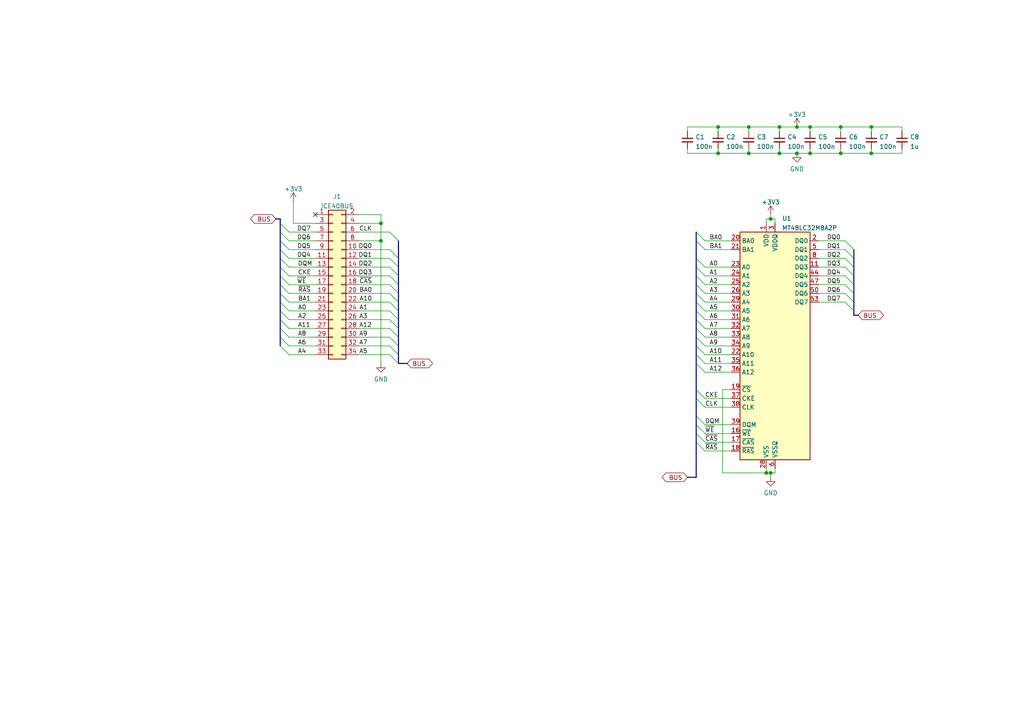
<source format=kicad_sch>
(kicad_sch (version 20211123) (generator eeschema)
  (paper "A4")
  (lib_symbols
    (symbol "Connector_Generic:Conn_02x17_Odd_Even" (pin_names (offset 1.016) hide)
      (property "Reference" "J" (at 1.27 22.86 0))
      (property "Value" "Conn_02x17_Odd_Even" (at 1.27 -22.86 0))
      (symbol "Conn_02x17_Odd_Even_1_1"
        (rectangle (start -1.27 -20.193) (end 0 -20.447) (stroke (width 0.1524)))
        (rectangle (start -1.27 -17.653) (end 0 -17.907) (stroke (width 0.1524)))
        (rectangle (start -1.27 -15.113) (end 0 -15.367) (stroke (width 0.1524)))
        (rectangle (start -1.27 -12.573) (end 0 -12.827) (stroke (width 0.1524)))
        (rectangle (start -1.27 -10.033) (end 0 -10.287) (stroke (width 0.1524)))
        (rectangle (start -1.27 -7.493) (end 0 -7.747) (stroke (width 0.1524)))
        (rectangle (start -1.27 -4.953) (end 0 -5.207) (stroke (width 0.1524)))
        (rectangle (start -1.27 -2.413) (end 0 -2.667) (stroke (width 0.1524)))
        (rectangle (start -1.27 0.127) (end 0 -0.127) (stroke (width 0.1524)))
        (rectangle (start -1.27 2.667) (end 0 2.413) (stroke (width 0.1524)))
        (rectangle (start -1.27 5.207) (end 0 4.953) (stroke (width 0.1524)))
        (rectangle (start -1.27 7.747) (end 0 7.493) (stroke (width 0.1524)))
        (rectangle (start -1.27 10.287) (end 0 10.033) (stroke (width 0.1524)))
        (rectangle (start -1.27 12.827) (end 0 12.573) (stroke (width 0.1524)))
        (rectangle (start -1.27 15.367) (end 0 15.113) (stroke (width 0.1524)))
        (rectangle (start -1.27 17.907) (end 0 17.653) (stroke (width 0.1524)))
        (rectangle (start -1.27 20.447) (end 0 20.193) (stroke (width 0.1524)))
        (rectangle (start -1.27 21.59) (end 3.81 -21.59) (stroke (width 0.254)) (fill (type background)))
        (rectangle (start 3.81 -20.193) (end 2.54 -20.447) (stroke (width 0.1524)))
        (rectangle (start 3.81 -17.653) (end 2.54 -17.907) (stroke (width 0.1524)))
        (rectangle (start 3.81 -15.113) (end 2.54 -15.367) (stroke (width 0.1524)))
        (rectangle (start 3.81 -12.573) (end 2.54 -12.827) (stroke (width 0.1524)))
        (rectangle (start 3.81 -10.033) (end 2.54 -10.287) (stroke (width 0.1524)))
        (rectangle (start 3.81 -7.493) (end 2.54 -7.747) (stroke (width 0.1524)))
        (rectangle (start 3.81 -4.953) (end 2.54 -5.207) (stroke (width 0.1524)))
        (rectangle (start 3.81 -2.413) (end 2.54 -2.667) (stroke (width 0.1524)))
        (rectangle (start 3.81 0.127) (end 2.54 -0.127) (stroke (width 0.1524)))
        (rectangle (start 3.81 2.667) (end 2.54 2.413) (stroke (width 0.1524)))
        (rectangle (start 3.81 5.207) (end 2.54 4.953) (stroke (width 0.1524)))
        (rectangle (start 3.81 7.747) (end 2.54 7.493) (stroke (width 0.1524)))
        (rectangle (start 3.81 10.287) (end 2.54 10.033) (stroke (width 0.1524)))
        (rectangle (start 3.81 12.827) (end 2.54 12.573) (stroke (width 0.1524)))
        (rectangle (start 3.81 15.367) (end 2.54 15.113) (stroke (width 0.1524)))
        (rectangle (start 3.81 17.907) (end 2.54 17.653) (stroke (width 0.1524)))
        (rectangle (start 3.81 20.447) (end 2.54 20.193) (stroke (width 0.1524)))
        (pin passive line (at -5.08 20.32 0) (length 3.81) (name "Pin_1") (number "1"))
        (pin passive line (at 7.62 10.16 180) (length 3.81) (name "Pin_10") (number "10"))
        (pin passive line (at -5.08 7.62 0) (length 3.81) (name "Pin_11") (number "11"))
        (pin passive line (at 7.62 7.62 180) (length 3.81) (name "Pin_12") (number "12"))
        (pin passive line (at -5.08 5.08 0) (length 3.81) (name "Pin_13") (number "13"))
        (pin passive line (at 7.62 5.08 180) (length 3.81) (name "Pin_14") (number "14"))
        (pin passive line (at -5.08 2.54 0) (length 3.81) (name "Pin_15") (number "15"))
        (pin passive line (at 7.62 2.54 180) (length 3.81) (name "Pin_16") (number "16"))
        (pin passive line (at -5.08 0 0) (length 3.81) (name "Pin_17") (number "17"))
        (pin passive line (at 7.62 0 180) (length 3.81) (name "Pin_18") (number "18"))
        (pin passive line (at -5.08 -2.54 0) (length 3.81) (name "Pin_19") (number "19"))
        (pin passive line (at 7.62 20.32 180) (length 3.81) (name "Pin_2") (number "2"))
        (pin passive line (at 7.62 -2.54 180) (length 3.81) (name "Pin_20") (number "20"))
        (pin passive line (at -5.08 -5.08 0) (length 3.81) (name "Pin_21") (number "21"))
        (pin passive line (at 7.62 -5.08 180) (length 3.81) (name "Pin_22") (number "22"))
        (pin passive line (at -5.08 -7.62 0) (length 3.81) (name "Pin_23") (number "23"))
        (pin passive line (at 7.62 -7.62 180) (length 3.81) (name "Pin_24") (number "24"))
        (pin passive line (at -5.08 -10.16 0) (length 3.81) (name "Pin_25") (number "25"))
        (pin passive line (at 7.62 -10.16 180) (length 3.81) (name "Pin_26") (number "26"))
        (pin passive line (at -5.08 -12.7 0) (length 3.81) (name "Pin_27") (number "27"))
        (pin passive line (at 7.62 -12.7 180) (length 3.81) (name "Pin_28") (number "28"))
        (pin passive line (at -5.08 -15.24 0) (length 3.81) (name "Pin_29") (number "29"))
        (pin passive line (at -5.08 17.78 0) (length 3.81) (name "Pin_3") (number "3"))
        (pin passive line (at 7.62 -15.24 180) (length 3.81) (name "Pin_30") (number "30"))
        (pin passive line (at -5.08 -17.78 0) (length 3.81) (name "Pin_31") (number "31"))
        (pin passive line (at 7.62 -17.78 180) (length 3.81) (name "Pin_32") (number "32"))
        (pin passive line (at -5.08 -20.32 0) (length 3.81) (name "Pin_33") (number "33"))
        (pin passive line (at 7.62 -20.32 180) (length 3.81) (name "Pin_34") (number "34"))
        (pin passive line (at 7.62 17.78 180) (length 3.81) (name "Pin_4") (number "4"))
        (pin passive line (at -5.08 15.24 0) (length 3.81) (name "Pin_5") (number "5"))
        (pin passive line (at 7.62 15.24 180) (length 3.81) (name "Pin_6") (number "6"))
        (pin passive line (at -5.08 12.7 0) (length 3.81) (name "Pin_7") (number "7"))
        (pin passive line (at 7.62 12.7 180) (length 3.81) (name "Pin_8") (number "8"))
        (pin passive line (at -5.08 10.16 0) (length 3.81) (name "Pin_9") (number "9"))
      )
    )
    (symbol "Device:C_Small" (pin_numbers hide) (pin_names (offset 0.254) hide)
      (property "Reference" "C" (at 0.254 1.778 0))
      (property "Value" "C_Small" (at 0.254 -2.032 0))
      (symbol "C_Small_0_1"
        (polyline (pts (xy -1.524 -0.508) (xy 1.524 -0.508)) (stroke (width 0.3302)))
        (polyline (pts (xy -1.524 0.508) (xy 1.524 0.508)) (stroke (width 0.3048)))
      )
      (symbol "C_Small_1_1"
        (pin passive line (at 0 2.54 270) (length 2.032) (name "~") (number "1"))
        (pin passive line (at 0 -2.54 90) (length 2.032) (name "~") (number "2"))
      )
    )
    (symbol "Memory_RAM:MT48LC32M8A2P"
      (property "Reference" "U" (at -8.89 34.29 0))
      (property "Value" "MT48LC32M8A2P" (at 8.89 34.29 0))
      (symbol "MT48LC32M8A2P_0_1"
        (rectangle (start -10.16 33.02) (end 10.16 -33.02) (stroke (width 0.254)) (fill (type background)))
      )
      (symbol "MT48LC32M8A2P_1_1"
        (pin power_in line (at -2.54 35.56 270) (length 2.54) (name "VDD") (number "1"))
        (pin no_connect line (at 10.16 2.54 180) (length 2.54) hide (name "NC") (number "10"))
        (pin bidirectional line (at 12.7 22.86 180) (length 2.54) (name "DQ3") (number "11"))
        (pin passive line (at 0 -35.56 90) (length 2.54) hide (name "VSSQ") (number "12"))
        (pin no_connect line (at 10.16 7.62 180) (length 2.54) hide (name "NC") (number "13"))
        (pin passive line (at -2.54 35.56 270) (length 2.54) hide (name "VDD") (number "14"))
        (pin no_connect line (at -10.16 -20.32 0) (length 2.54) hide (name "NC") (number "15"))
        (pin input line (at -12.7 -25.4 0) (length 2.54) (name "~{WE}") (number "16"))
        (pin input line (at -12.7 -27.94 0) (length 2.54) (name "~{CAS}") (number "17"))
        (pin input line (at -12.7 -30.48 0) (length 2.54) (name "~{RAS}") (number "18"))
        (pin input line (at -12.7 -12.7 0) (length 2.54) (name "~{CS}") (number "19"))
        (pin bidirectional line (at 12.7 30.48 180) (length 2.54) (name "DQ0") (number "2"))
        (pin input line (at -12.7 30.48 0) (length 2.54) (name "BA0") (number "20"))
        (pin input line (at -12.7 27.94 0) (length 2.54) (name "BA1") (number "21"))
        (pin input line (at -12.7 -2.54 0) (length 2.54) (name "A10") (number "22"))
        (pin input line (at -12.7 22.86 0) (length 2.54) (name "A0") (number "23"))
        (pin input line (at -12.7 20.32 0) (length 2.54) (name "A1") (number "24"))
        (pin input line (at -12.7 17.78 0) (length 2.54) (name "A2") (number "25"))
        (pin input line (at -12.7 15.24 0) (length 2.54) (name "A3") (number "26"))
        (pin passive line (at -2.54 35.56 270) (length 2.54) hide (name "VDD") (number "27"))
        (pin power_in line (at -2.54 -35.56 90) (length 2.54) (name "VSS") (number "28"))
        (pin input line (at -12.7 12.7 0) (length 2.54) (name "A4") (number "29"))
        (pin power_in line (at 0 35.56 270) (length 2.54) (name "VDDQ") (number "3"))
        (pin input line (at -12.7 10.16 0) (length 2.54) (name "A5") (number "30"))
        (pin input line (at -12.7 7.62 0) (length 2.54) (name "A6") (number "31"))
        (pin input line (at -12.7 5.08 0) (length 2.54) (name "A7") (number "32"))
        (pin input line (at -12.7 2.54 0) (length 2.54) (name "A8") (number "33"))
        (pin input line (at -12.7 0 0) (length 2.54) (name "A9") (number "34"))
        (pin input line (at -12.7 -5.08 0) (length 2.54) (name "A11") (number "35"))
        (pin input line (at -12.7 -7.62 0) (length 2.54) (name "A12") (number "36"))
        (pin input line (at -12.7 -15.24 0) (length 2.54) (name "CKE") (number "37"))
        (pin input line (at -12.7 -17.78 0) (length 2.54) (name "CLK") (number "38"))
        (pin input line (at -12.7 -22.86 0) (length 2.54) (name "DQM") (number "39"))
        (pin no_connect line (at 10.16 -7.62 180) (length 2.54) hide (name "NC") (number "4"))
        (pin no_connect line (at 10.16 -20.32 180) (length 2.54) hide (name "NC") (number "40"))
        (pin passive line (at -2.54 -35.56 90) (length 2.54) hide (name "VSS") (number "41"))
        (pin no_connect line (at 10.16 10.16 180) (length 2.54) hide (name "NC") (number "42"))
        (pin passive line (at 0 35.56 270) (length 2.54) hide (name "VDDQ") (number "43"))
        (pin bidirectional line (at 12.7 20.32 180) (length 2.54) (name "DQ4") (number "44"))
        (pin no_connect line (at 10.16 5.08 180) (length 2.54) hide (name "NC") (number "45"))
        (pin passive line (at 0 -35.56 90) (length 2.54) hide (name "VSSQ") (number "46"))
        (pin bidirectional line (at 12.7 17.78 180) (length 2.54) (name "DQ5") (number "47"))
        (pin no_connect line (at 10.16 0 180) (length 2.54) hide (name "NC") (number "48"))
        (pin passive line (at 0 35.56 270) (length 2.54) hide (name "VDDQ") (number "49"))
        (pin bidirectional line (at 12.7 27.94 180) (length 2.54) (name "DQ1") (number "5"))
        (pin bidirectional line (at 12.7 15.24 180) (length 2.54) (name "DQ6") (number "50"))
        (pin no_connect line (at 10.16 -5.08 180) (length 2.54) hide (name "NC") (number "51"))
        (pin passive line (at 0 -35.56 90) (length 2.54) hide (name "VSSQ") (number "52"))
        (pin bidirectional line (at 12.7 12.7 180) (length 2.54) (name "DQ7") (number "53"))
        (pin passive line (at -2.54 -35.56 90) (length 2.54) hide (name "VSS") (number "54"))
        (pin power_in line (at 0 -35.56 90) (length 2.54) (name "VSSQ") (number "6"))
        (pin no_connect line (at 10.16 -2.54 180) (length 2.54) hide (name "NC") (number "7"))
        (pin bidirectional line (at 12.7 25.4 180) (length 2.54) (name "DQ2") (number "8"))
        (pin passive line (at 0 35.56 270) (length 2.54) hide (name "VDDQ") (number "9"))
      )
    )
    (symbol "power:+3.3V" (power) (pin_names (offset 0))
      (property "Value" "+3.3V" (at 0 3.556 0))
      (symbol "+3.3V_0_1"
        (polyline (pts (xy -0.762 1.27) (xy 0 2.54)))
        (polyline (pts (xy 0 0) (xy 0 2.54)))
        (polyline (pts (xy 0 2.54) (xy 0.762 1.27)))
      )
      (symbol "+3.3V_1_1"
        (pin power_in line (at 0 0 90) (length 0) hide (name "+3V3") (number "1"))
      )
    )
    (symbol "power:GND" (power) (pin_names (offset 0))
      (property "Value" "GND" (at 0 -3.81 0))
      (symbol "GND_0_1"
        (polyline (pts (xy 0 0) (xy 0 -1.27) (xy 1.27 -1.27) (xy 0 -2.54) (xy -1.27 -1.27) (xy 0 -1.27)))
      )
      (symbol "GND_1_1"
        (pin power_in line (at 0 0 270) (length 0) hide (name "GND") (number "1"))
      )
    )
  )
  (junction (at 226.06 44.45))
  (junction (at 208.28 44.45))
  (junction (at 222.25 137.16))
  (junction (at 226.06 36.83))
  (junction (at 231.14 44.45))
  (junction (at 217.17 44.45))
  (junction (at 217.17 36.83))
  (junction (at 252.73 36.83))
  (junction (at 243.84 44.45))
  (junction (at 110.49 69.85))
  (junction (at 208.28 36.83))
  (junction (at 110.49 64.77))
  (junction (at 223.52 63.5))
  (junction (at 252.73 44.45))
  (junction (at 223.52 137.16))
  (junction (at 231.14 36.83))
  (junction (at 234.95 44.45))
  (junction (at 234.95 36.83))
  (junction (at 243.84 36.83))
  (no_connect (at 91.44 62.23))
  (bus_entry (at 81.28 77.47) (size 2.54 2.54))
  (bus_entry (at 247.65 90.17) (size -2.54 -2.54))
  (bus_entry (at 113.03 87.63) (size 2.54 2.54))
  (bus_entry (at 247.65 82.55) (size -2.54 -2.54))
  (bus_entry (at 81.28 95.25) (size 2.54 2.54))
  (bus_entry (at 201.93 120.65) (size 2.54 2.54))
  (bus_entry (at 81.28 100.33) (size 2.54 2.54))
  (bus_entry (at 115.57 77.47) (size -2.54 -2.54))
  (bus_entry (at 81.28 80.01) (size 2.54 2.54))
  (bus_entry (at 113.03 85.09) (size 2.54 2.54))
  (bus_entry (at 201.93 123.19) (size 2.54 2.54))
  (bus_entry (at 201.93 115.57) (size 2.54 2.54))
  (bus_entry (at 113.03 100.33) (size 2.54 2.54))
  (bus_entry (at 113.03 97.79) (size 2.54 2.54))
  (bus_entry (at 81.28 74.93) (size 2.54 2.54))
  (bus_entry (at 113.03 95.25) (size 2.54 2.54))
  (bus_entry (at 113.03 102.87) (size 2.54 2.54))
  (bus_entry (at 247.65 80.01) (size -2.54 -2.54))
  (bus_entry (at 81.28 72.39) (size 2.54 2.54))
  (bus_entry (at 247.65 72.39) (size -2.54 -2.54))
  (bus_entry (at 81.28 82.55) (size 2.54 2.54))
  (bus_entry (at 115.57 74.93) (size -2.54 -2.54))
  (bus_entry (at 201.93 128.27) (size 2.54 2.54))
  (bus_entry (at 201.93 125.73) (size 2.54 2.54))
  (bus_entry (at 81.28 64.77) (size 2.54 2.54))
  (bus_entry (at 247.65 74.93) (size -2.54 -2.54))
  (bus_entry (at 115.57 95.25) (size -2.54 -2.54))
  (bus_entry (at 201.93 113.03) (size 2.54 2.54))
  (bus_entry (at 81.28 97.79) (size 2.54 2.54))
  (bus_entry (at 83.82 90.17) (size -2.54 -2.54))
  (bus_entry (at 115.57 80.01) (size -2.54 -2.54))
  (bus_entry (at 115.57 82.55) (size -2.54 -2.54))
  (bus_entry (at 201.93 87.63) (size 2.54 2.54))
  (bus_entry (at 201.93 102.87) (size 2.54 2.54))
  (bus_entry (at 201.93 105.41) (size 2.54 2.54))
  (bus_entry (at 201.93 95.25) (size 2.54 2.54))
  (bus_entry (at 201.93 100.33) (size 2.54 2.54))
  (bus_entry (at 201.93 97.79) (size 2.54 2.54))
  (bus_entry (at 201.93 69.85) (size 2.54 2.54))
  (bus_entry (at 201.93 67.31) (size 2.54 2.54))
  (bus_entry (at 201.93 74.93) (size 2.54 2.54))
  (bus_entry (at 201.93 77.47) (size 2.54 2.54))
  (bus_entry (at 201.93 82.55) (size 2.54 2.54))
  (bus_entry (at 201.93 80.01) (size 2.54 2.54))
  (bus_entry (at 201.93 92.71) (size 2.54 2.54))
  (bus_entry (at 201.93 90.17) (size 2.54 2.54))
  (bus_entry (at 201.93 85.09) (size 2.54 2.54))
  (bus_entry (at 83.82 92.71) (size -2.54 -2.54))
  (bus_entry (at 113.03 82.55) (size 2.54 2.54))
  (bus_entry (at 81.28 92.71) (size 2.54 2.54))
  (bus_entry (at 247.65 85.09) (size -2.54 -2.54))
  (bus_entry (at 81.28 67.31) (size 2.54 2.54))
  (bus_entry (at 113.03 67.31) (size 2.54 2.54))
  (bus_entry (at 81.28 85.09) (size 2.54 2.54))
  (bus_entry (at 81.28 69.85) (size 2.54 2.54))
  (bus_entry (at 247.65 77.47) (size -2.54 -2.54))
  (bus_entry (at 247.65 87.63) (size -2.54 -2.54))
  (bus_entry (at 115.57 92.71) (size -2.54 -2.54))
  (bus (pts (xy 115.57 80.01) (xy 115.57 82.55)))
  (wire (pts (xy 91.44 74.93) (xy 83.82 74.93)))
  (wire (pts (xy 83.82 85.09) (xy 91.44 85.09)))
  (wire (pts (xy 245.11 74.93) (xy 237.49 74.93)))
  (wire (pts (xy 83.82 100.33) (xy 91.44 100.33)))
  (wire (pts (xy 222.25 64.77) (xy 222.25 63.5)))
  (wire (pts (xy 91.44 67.31) (xy 83.82 67.31)))
  (bus (pts (xy 201.93 74.93) (xy 201.93 77.47)))
  (bus (pts (xy 201.93 82.55) (xy 201.93 85.09)))
  (bus (pts (xy 247.65 90.17) (xy 247.65 91.44)))
  (bus (pts (xy 115.57 90.17) (xy 115.57 92.71)))
  (wire (pts (xy 231.14 44.45) (xy 226.06 44.45)))
  (bus (pts (xy 201.93 123.19) (xy 201.93 125.73)))
  (bus (pts (xy 81.28 92.71) (xy 81.28 95.25)))
  (bus (pts (xy 247.65 77.47) (xy 247.65 80.01)))
  (wire (pts (xy 245.11 69.85) (xy 237.49 69.85)))
  (wire (pts (xy 110.49 69.85) (xy 110.49 64.77)))
  (wire (pts (xy 208.28 44.45) (xy 199.39 44.45)))
  (bus (pts (xy 247.65 87.63) (xy 247.65 90.17)))
  (wire (pts (xy 222.25 135.89) (xy 222.25 137.16)))
  (wire (pts (xy 234.95 36.83) (xy 243.84 36.83)))
  (wire (pts (xy 223.52 137.16) (xy 224.79 137.16)))
  (bus (pts (xy 115.57 100.33) (xy 115.57 102.87)))
  (wire (pts (xy 204.47 102.87) (xy 212.09 102.87)))
  (bus (pts (xy 247.65 74.93) (xy 247.65 77.47)))
  (wire (pts (xy 204.47 97.79) (xy 212.09 97.79)))
  (wire (pts (xy 104.14 62.23) (xy 110.49 62.23)))
  (bus (pts (xy 81.28 67.31) (xy 81.28 64.77)))
  (bus (pts (xy 201.93 115.57) (xy 201.93 120.65)))
  (wire (pts (xy 83.82 77.47) (xy 91.44 77.47)))
  (bus (pts (xy 81.28 82.55) (xy 81.28 85.09)))
  (wire (pts (xy 234.95 36.83) (xy 234.95 38.1)))
  (bus (pts (xy 115.57 95.25) (xy 115.57 97.79)))
  (wire (pts (xy 83.82 102.87) (xy 91.44 102.87)))
  (wire (pts (xy 243.84 36.83) (xy 252.73 36.83)))
  (wire (pts (xy 222.25 63.5) (xy 223.52 63.5)))
  (bus (pts (xy 81.28 74.93) (xy 81.28 77.47)))
  (wire (pts (xy 217.17 43.18) (xy 217.17 44.45)))
  (wire (pts (xy 199.39 36.83) (xy 208.28 36.83)))
  (bus (pts (xy 201.93 125.73) (xy 201.93 128.27)))
  (wire (pts (xy 223.52 63.5) (xy 224.79 63.5)))
  (bus (pts (xy 201.93 113.03) (xy 201.93 115.57)))
  (wire (pts (xy 199.39 44.45) (xy 199.39 43.18)))
  (wire (pts (xy 204.47 95.25) (xy 212.09 95.25)))
  (bus (pts (xy 201.93 95.25) (xy 201.93 97.79)))
  (wire (pts (xy 104.14 64.77) (xy 110.49 64.77)))
  (bus (pts (xy 201.93 80.01) (xy 201.93 82.55)))
  (wire (pts (xy 104.14 67.31) (xy 113.03 67.31)))
  (bus (pts (xy 81.28 95.25) (xy 81.28 97.79)))
  (wire (pts (xy 204.47 72.39) (xy 212.09 72.39)))
  (wire (pts (xy 104.14 82.55) (xy 113.03 82.55)))
  (wire (pts (xy 261.62 36.83) (xy 261.62 38.1)))
  (wire (pts (xy 209.55 137.16) (xy 222.25 137.16)))
  (wire (pts (xy 199.39 36.83) (xy 199.39 38.1)))
  (wire (pts (xy 204.47 80.01) (xy 212.09 80.01)))
  (wire (pts (xy 208.28 43.18) (xy 208.28 44.45)))
  (wire (pts (xy 83.82 82.55) (xy 91.44 82.55)))
  (bus (pts (xy 247.65 91.44) (xy 248.92 91.44)))
  (bus (pts (xy 115.57 102.87) (xy 115.57 105.41)))
  (wire (pts (xy 104.14 80.01) (xy 113.03 80.01)))
  (wire (pts (xy 245.11 82.55) (xy 237.49 82.55)))
  (wire (pts (xy 104.14 69.85) (xy 110.49 69.85)))
  (bus (pts (xy 115.57 74.93) (xy 115.57 77.47)))
  (bus (pts (xy 81.28 97.79) (xy 81.28 100.33)))
  (bus (pts (xy 201.93 102.87) (xy 201.93 105.41)))
  (wire (pts (xy 224.79 137.16) (xy 224.79 135.89)))
  (wire (pts (xy 85.09 58.42) (xy 85.09 64.77)))
  (wire (pts (xy 204.47 130.81) (xy 212.09 130.81)))
  (wire (pts (xy 204.47 115.57) (xy 212.09 115.57)))
  (wire (pts (xy 243.84 44.45) (xy 234.95 44.45)))
  (wire (pts (xy 104.14 102.87) (xy 113.03 102.87)))
  (bus (pts (xy 81.28 90.17) (xy 81.28 92.71)))
  (bus (pts (xy 81.28 85.09) (xy 81.28 87.63)))
  (bus (pts (xy 201.93 77.47) (xy 201.93 80.01)))
  (wire (pts (xy 204.47 125.73) (xy 212.09 125.73)))
  (bus (pts (xy 247.65 85.09) (xy 247.65 87.63)))
  (bus (pts (xy 81.28 87.63) (xy 81.28 90.17)))
  (bus (pts (xy 199.39 138.43) (xy 201.93 138.43)))
  (bus (pts (xy 81.28 64.77) (xy 81.28 63.5)))
  (bus (pts (xy 201.93 92.71) (xy 201.93 95.25)))
  (bus (pts (xy 115.57 82.55) (xy 115.57 85.09)))
  (bus (pts (xy 81.28 80.01) (xy 81.28 82.55)))
  (bus (pts (xy 115.57 85.09) (xy 115.57 87.63)))
  (wire (pts (xy 83.82 95.25) (xy 91.44 95.25)))
  (bus (pts (xy 201.93 87.63) (xy 201.93 90.17)))
  (wire (pts (xy 204.47 128.27) (xy 212.09 128.27)))
  (bus (pts (xy 247.65 82.55) (xy 247.65 85.09)))
  (wire (pts (xy 252.73 44.45) (xy 261.62 44.45)))
  (wire (pts (xy 234.95 44.45) (xy 231.14 44.45)))
  (bus (pts (xy 81.28 72.39) (xy 81.28 74.93)))
  (wire (pts (xy 226.06 36.83) (xy 231.14 36.83)))
  (wire (pts (xy 245.11 80.01) (xy 237.49 80.01)))
  (wire (pts (xy 223.52 137.16) (xy 223.52 138.43)))
  (wire (pts (xy 212.09 113.03) (xy 209.55 113.03)))
  (wire (pts (xy 243.84 43.18) (xy 243.84 44.45)))
  (wire (pts (xy 204.47 123.19) (xy 212.09 123.19)))
  (wire (pts (xy 104.14 100.33) (xy 113.03 100.33)))
  (bus (pts (xy 81.28 77.47) (xy 81.28 80.01)))
  (wire (pts (xy 252.73 43.18) (xy 252.73 44.45)))
  (wire (pts (xy 104.14 92.71) (xy 113.03 92.71)))
  (wire (pts (xy 231.14 36.83) (xy 234.95 36.83)))
  (wire (pts (xy 110.49 62.23) (xy 110.49 64.77)))
  (wire (pts (xy 252.73 36.83) (xy 261.62 36.83)))
  (bus (pts (xy 81.28 69.85) (xy 81.28 67.31)))
  (wire (pts (xy 217.17 44.45) (xy 208.28 44.45)))
  (wire (pts (xy 204.47 85.09) (xy 212.09 85.09)))
  (wire (pts (xy 208.28 36.83) (xy 208.28 38.1)))
  (bus (pts (xy 115.57 87.63) (xy 115.57 90.17)))
  (wire (pts (xy 204.47 92.71) (xy 212.09 92.71)))
  (wire (pts (xy 104.14 97.79) (xy 113.03 97.79)))
  (wire (pts (xy 204.47 87.63) (xy 212.09 87.63)))
  (bus (pts (xy 201.93 128.27) (xy 201.93 138.43)))
  (wire (pts (xy 104.14 90.17) (xy 113.03 90.17)))
  (wire (pts (xy 104.14 87.63) (xy 113.03 87.63)))
  (wire (pts (xy 204.47 82.55) (xy 212.09 82.55)))
  (bus (pts (xy 201.93 105.41) (xy 201.93 113.03)))
  (bus (pts (xy 80.01 63.5) (xy 81.28 63.5)))
  (bus (pts (xy 201.93 69.85) (xy 201.93 74.93)))
  (bus (pts (xy 201.93 120.65) (xy 201.93 123.19)))
  (wire (pts (xy 104.14 95.25) (xy 113.03 95.25)))
  (bus (pts (xy 115.57 77.47) (xy 115.57 80.01)))
  (wire (pts (xy 104.14 85.09) (xy 113.03 85.09)))
  (wire (pts (xy 209.55 113.03) (xy 209.55 137.16)))
  (wire (pts (xy 223.52 62.23) (xy 223.52 63.5)))
  (wire (pts (xy 204.47 69.85) (xy 212.09 69.85)))
  (wire (pts (xy 91.44 69.85) (xy 83.82 69.85)))
  (wire (pts (xy 91.44 64.77) (xy 85.09 64.77)))
  (bus (pts (xy 201.93 85.09) (xy 201.93 87.63)))
  (wire (pts (xy 83.82 92.71) (xy 91.44 92.71)))
  (bus (pts (xy 201.93 67.31) (xy 201.93 69.85)))
  (wire (pts (xy 217.17 36.83) (xy 226.06 36.83)))
  (wire (pts (xy 226.06 36.83) (xy 226.06 38.1)))
  (wire (pts (xy 83.82 87.63) (xy 91.44 87.63)))
  (wire (pts (xy 104.14 74.93) (xy 113.03 74.93)))
  (wire (pts (xy 204.47 100.33) (xy 212.09 100.33)))
  (wire (pts (xy 234.95 43.18) (xy 234.95 44.45)))
  (wire (pts (xy 204.47 105.41) (xy 212.09 105.41)))
  (wire (pts (xy 91.44 72.39) (xy 83.82 72.39)))
  (wire (pts (xy 245.11 87.63) (xy 237.49 87.63)))
  (wire (pts (xy 243.84 36.83) (xy 243.84 38.1)))
  (bus (pts (xy 81.28 72.39) (xy 81.28 69.85)))
  (wire (pts (xy 245.11 85.09) (xy 237.49 85.09)))
  (wire (pts (xy 245.11 72.39) (xy 237.49 72.39)))
  (bus (pts (xy 247.65 80.01) (xy 247.65 82.55)))
  (bus (pts (xy 201.93 90.17) (xy 201.93 92.71)))
  (wire (pts (xy 104.14 77.47) (xy 113.03 77.47)))
  (bus (pts (xy 201.93 100.33) (xy 201.93 102.87)))
  (bus (pts (xy 247.65 72.39) (xy 247.65 74.93)))
  (wire (pts (xy 204.47 90.17) (xy 212.09 90.17)))
  (wire (pts (xy 204.47 77.47) (xy 212.09 77.47)))
  (wire (pts (xy 217.17 44.45) (xy 226.06 44.45)))
  (wire (pts (xy 83.82 90.17) (xy 91.44 90.17)))
  (wire (pts (xy 224.79 63.5) (xy 224.79 64.77)))
  (wire (pts (xy 243.84 44.45) (xy 252.73 44.45)))
  (bus (pts (xy 201.93 97.79) (xy 201.93 100.33)))
  (wire (pts (xy 110.49 69.85) (xy 110.49 105.41)))
  (wire (pts (xy 261.62 44.45) (xy 261.62 43.18)))
  (wire (pts (xy 104.14 72.39) (xy 113.03 72.39)))
  (bus (pts (xy 115.57 97.79) (xy 115.57 100.33)))
  (wire (pts (xy 226.06 43.18) (xy 226.06 44.45)))
  (wire (pts (xy 83.82 97.79) (xy 91.44 97.79)))
  (wire (pts (xy 252.73 36.83) (xy 252.73 38.1)))
  (wire (pts (xy 204.47 118.11) (xy 212.09 118.11)))
  (wire (pts (xy 83.82 80.01) (xy 91.44 80.01)))
  (wire (pts (xy 222.25 137.16) (xy 223.52 137.16)))
  (wire (pts (xy 217.17 36.83) (xy 217.17 38.1)))
  (bus (pts (xy 115.57 69.85) (xy 115.57 74.93)))
  (wire (pts (xy 208.28 36.83) (xy 217.17 36.83)))
  (bus (pts (xy 115.57 105.41) (xy 118.11 105.41)))
  (wire (pts (xy 204.47 107.95) (xy 212.09 107.95)))
  (bus (pts (xy 115.57 92.71) (xy 115.57 95.25)))
  (wire (pts (xy 245.11 77.47) (xy 237.49 77.47)))
  (label "DQ5" (at 243.84 82.55 180))
  (label "~{WE}" (at 204.47 125.73 0))
  (label "DQ5" (at 90.17 72.39 180))
  (label "A6" (at 205.74 92.71 0))
  (label "BA0" (at 107.95 85.09 180))
  (label "A4" (at 205.74 87.63 0))
  (label "DQ2" (at 107.95 77.47 180))
  (label "DQ3" (at 243.84 77.47 180))
  (label "DQ0" (at 243.84 69.85 180))
  (label "~{CAS}" (at 107.95 82.55 180))
  (label "A0" (at 88.9 90.17 180))
  (label "A11" (at 86.36 95.25 0))
  (label "~{RAS}" (at 204.47 130.81 0))
  (label "A5" (at 104.14 102.87 0))
  (label "DQ6" (at 90.17 69.85 180))
  (label "DQ4" (at 243.84 80.01 180))
  (label "DQ7" (at 243.84 87.63 180))
  (label "DQ7" (at 90.17 67.31 180))
  (label "A1" (at 205.74 80.01 0))
  (label "BA0" (at 205.74 69.85 0))
  (label "A11" (at 205.74 105.41 0))
  (label "A12" (at 104.14 95.25 0))
  (label "A7" (at 205.74 95.25 0))
  (label "DQM" (at 204.47 123.19 0))
  (label "DQ3" (at 107.95 80.01 180))
  (label "A8" (at 205.74 97.79 0))
  (label "~{RAS}" (at 90.17 85.09 180))
  (label "A4" (at 86.36 102.87 0))
  (label "A12" (at 205.74 107.95 0))
  (label "DQ4" (at 90.17 74.93 180))
  (label "DQ0" (at 107.95 72.39 180))
  (label "A3" (at 205.74 85.09 0))
  (label "A3" (at 104.14 92.71 0))
  (label "DQM" (at 86.36 77.47 0))
  (label "CKE" (at 204.47 115.57 0))
  (label "CKE" (at 86.36 80.01 0))
  (label "BA1" (at 205.74 72.39 0))
  (label "A7" (at 104.14 100.33 0))
  (label "A5" (at 205.74 90.17 0))
  (label "A6" (at 86.36 100.33 0))
  (label "A0" (at 205.74 77.47 0))
  (label "~{WE}" (at 88.9 82.55 180))
  (label "A8" (at 86.36 97.79 0))
  (label "A10" (at 107.95 87.63 180))
  (label "DQ1" (at 243.84 72.39 180))
  (label "~{CAS}" (at 204.47 128.27 0))
  (label "DQ1" (at 107.95 74.93 180))
  (label "DQ2" (at 243.84 74.93 180))
  (label "A2" (at 88.9 92.71 180))
  (label "A9" (at 205.74 100.33 0))
  (label "A2" (at 205.74 82.55 0))
  (label "DQ6" (at 243.84 85.09 180))
  (label "BA1" (at 90.17 87.63 180))
  (label "A10" (at 205.74 102.87 0))
  (label "CLK" (at 208.28 118.11 180))
  (label "CLK" (at 104.14 67.31 0))
  (label "A9" (at 104.14 97.79 0))
  (label "A1" (at 106.68 90.17 180))
  (global_label "BUS" (shape bidirectional) (at 199.39 138.43 180) (property "Intersheet References" "${INTERSHEET_REFS}" (effects hide)))
  (global_label "BUS" (shape bidirectional) (at 80.01 63.5 180) (property "Intersheet References" "${INTERSHEET_REFS}" (effects hide)))
  (global_label "BUS" (shape bidirectional) (at 248.92 91.44 0) (property "Intersheet References" "${INTERSHEET_REFS}" (effects hide)))
  (global_label "BUS" (shape bidirectional) (at 118.11 105.41 0) (property "Intersheet References" "${INTERSHEET_REFS}" (effects hide)))
  (symbol (lib_id "Device:C_Small") (at 217.17 40.64 0) (unit 1)
    (property "Reference" "C3" (at 219.4941 39.7378 0) (effects (justify left)))
    (property "Value" "100n" (at 219.4941 42.5129 0) (effects (justify left)))
    (property "Footprint" "Capacitor_SMD:C_0603_1608Metric_Pad1.08x0.95mm_HandSolder" (effects hide))
  )
  (symbol (lib_id "Device:C_Small") (at 252.73 40.64 0) (unit 1)
    (property "Reference" "C7" (at 255.0541 39.7378 0) (effects (justify left)))
    (property "Value" "100n" (at 255.0541 42.5129 0) (effects (justify left)))
    (property "Footprint" "Capacitor_SMD:C_0603_1608Metric_Pad1.08x0.95mm_HandSolder" (effects hide))
  )
  (symbol (lib_id "Device:C_Small") (at 199.39 40.64 0) (unit 1)
    (property "Reference" "C1" (at 201.7141 39.7378 0) (effects (justify left)))
    (property "Value" "100n" (at 201.7141 42.5129 0) (effects (justify left)))
    (property "Footprint" "Capacitor_SMD:C_0603_1608Metric_Pad1.08x0.95mm_HandSolder" (effects hide))
  )
  (symbol (lib_id "power:+3.3V") (at 231.14 36.83 0) (unit 1)
    (property "Reference" "#PWR0106" (effects hide))
    (property "Value" "+3.3V" (at 231.14 33.2255 0))
  )
  (symbol (lib_id "Device:C_Small") (at 226.06 40.64 0) (unit 1)
    (property "Reference" "C4" (at 228.3841 39.7378 0) (effects (justify left)))
    (property "Value" "100n" (at 228.3841 42.5129 0) (effects (justify left)))
    (property "Footprint" "Capacitor_SMD:C_0603_1608Metric_Pad1.08x0.95mm_HandSolder" (effects hide))
  )
  (symbol (lib_id "power:+3.3V") (at 85.09 58.42 0) (unit 1)
    (property "Reference" "#PWR0103" (effects hide))
    (property "Value" "+3.3V" (at 85.09 54.8155 0))
  )
  (symbol (lib_id "Device:C_Small") (at 234.95 40.64 0) (unit 1)
    (property "Reference" "C5" (at 237.2741 39.7378 0) (effects (justify left)))
    (property "Value" "100n" (at 237.2741 42.5129 0) (effects (justify left)))
    (property "Footprint" "Capacitor_SMD:C_0603_1608Metric_Pad1.08x0.95mm_HandSolder" (effects hide))
  )
  (symbol (lib_id "power:GND") (at 223.52 138.43 0) (unit 1)
    (property "Reference" "#PWR0102" (effects hide))
    (property "Value" "GND" (at 223.52 142.9925 0))
  )
  (symbol (lib_id "power:GND") (at 231.14 44.45 0) (unit 1)
    (property "Reference" "#PWR0105" (effects hide))
    (property "Value" "GND" (at 231.14 49.0125 0))
  )
  (symbol (lib_id "Connector_Generic:Conn_02x17_Odd_Even") (at 96.52 82.55 0) (unit 1)
    (property "Reference" "J1" (at 97.79 56.9935 0))
    (property "Value" "iCE40BUS" (at 97.79 59.7686 0))
    (property "Footprint" "Connector_PinHeader_2.54mm:PinHeader_2x17_P2.54mm_Vertical" (effects hide))
    (property "Datasheet" "https://s3.amazonaws.com/catalogspreads-pdf/PAGE123%20.100%20SFH11%20SERIES%20FEMALE%20HDR%20ST%20RA.pdf" (effects hide))
  )
  (symbol (lib_id "Memory_RAM:MT48LC32M8A2P") (at 224.79 100.33 0) (unit 1)
    (property "Reference" "U1" (at 226.8094 63.3435 0) (effects (justify left)))
    (property "Value" "MT48LC32M8A2P" (at 226.8094 66.1186 0) (effects (justify left)))
    (property "Footprint" "Package_SO:TSOP-II-54_22.2x10.16mm_P0.8mm" (effects hide))
    (property "Datasheet" "https://www.micron.com/-/media/client/global/documents/products/data-sheet/dram/256mb_sdr.pdf" (effects hide))
  )
  (symbol (lib_id "Device:C_Small") (at 243.84 40.64 0) (unit 1)
    (property "Reference" "C6" (at 246.1641 39.7378 0) (effects (justify left)))
    (property "Value" "100n" (at 246.1641 42.5129 0) (effects (justify left)))
    (property "Footprint" "Capacitor_SMD:C_0603_1608Metric_Pad1.08x0.95mm_HandSolder" (effects hide))
  )
  (symbol (lib_id "power:+3.3V") (at 223.52 62.23 0) (unit 1)
    (property "Reference" "#PWR0101" (effects hide))
    (property "Value" "+3.3V" (at 223.52 58.6255 0))
  )
  (symbol (lib_id "power:GND") (at 110.49 105.41 0) (unit 1)
    (property "Reference" "#PWR0104" (effects hide))
    (property "Value" "GND" (at 110.49 109.9725 0))
  )
  (symbol (lib_id "Device:C_Small") (at 261.62 40.64 0) (unit 1)
    (property "Reference" "C8" (at 263.9441 39.7378 0) (effects (justify left)))
    (property "Value" "1u" (at 263.9441 42.5129 0) (effects (justify left)))
    (property "Footprint" "Capacitor_SMD:C_0603_1608Metric_Pad1.08x0.95mm_HandSolder" (effects hide))
  )
  (symbol (lib_id "Device:C_Small") (at 208.28 40.64 0) (unit 1)
    (property "Reference" "C2" (at 210.6041 39.7378 0) (effects (justify left)))
    (property "Value" "100n" (at 210.6041 42.5129 0) (effects (justify left)))
    (property "Footprint" "Capacitor_SMD:C_0603_1608Metric_Pad1.08x0.95mm_HandSolder" (effects hide))
  )
)
</source>
